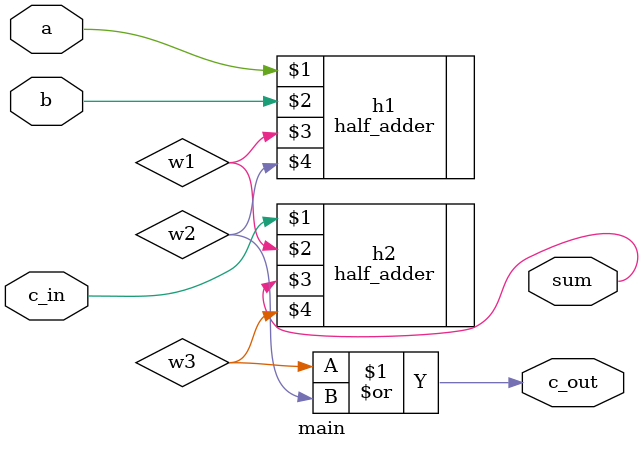
<source format=v>
module main(c_in, a, b, sum, c_out);
input c_in, a, b;
output sum, c_out;

wire w1, w2, w3;

half_adder h1(a, b, w1, w2);
half_adder h2(c_in, w1, sum, w3);
or or1(c_out, w3, w2);
endmodule
</source>
